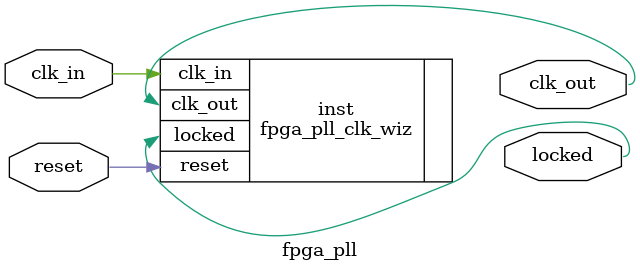
<source format=v>


`timescale 1ps/1ps

(* CORE_GENERATION_INFO = "fpga_pll,clk_wiz_v6_0_11_0_0,{component_name=fpga_pll,use_phase_alignment=true,use_min_o_jitter=false,use_max_i_jitter=false,use_dyn_phase_shift=false,use_inclk_switchover=false,use_dyn_reconfig=false,enable_axi=0,feedback_source=FDBK_AUTO,PRIMITIVE=MMCM,num_out_clk=1,clkin1_period=83.333,clkin2_period=10.0,use_power_down=false,use_reset=true,use_locked=true,use_inclk_stopped=false,feedback_type=SINGLE,CLOCK_MGR_TYPE=NA,manual_override=false}" *)

module fpga_pll 
 (
  // Clock out ports
  output        clk_out,
  // Status and control signals
  input         reset,
  output        locked,
 // Clock in ports
  input         clk_in
 );

  fpga_pll_clk_wiz inst
  (
  // Clock out ports  
  .clk_out(clk_out),
  // Status and control signals               
  .reset(reset), 
  .locked(locked),
 // Clock in ports
  .clk_in(clk_in)
  );

endmodule

</source>
